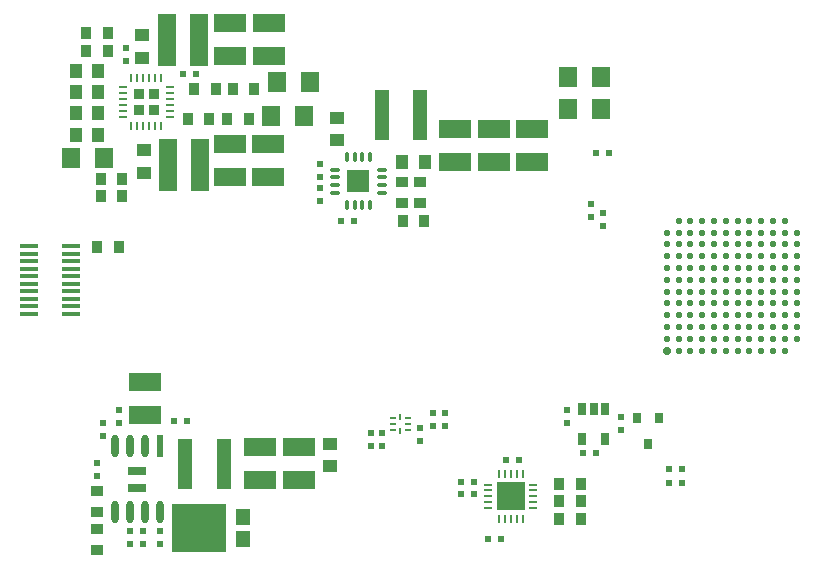
<source format=gtp>
G04 Layer_Color=8421504*
%FSLAX44Y44*%
%MOMM*%
G71*
G01*
G75*
%ADD10R,2.7000X1.6000*%
%ADD11R,0.6000X0.6000*%
%ADD12R,0.9000X1.0000*%
%ADD13R,0.6000X1.9000*%
%ADD14O,0.6000X1.9000*%
%ADD16R,1.1500X1.4500*%
%ADD17R,4.6500X4.1500*%
%ADD18R,0.6000X0.6000*%
%ADD19R,1.6000X0.4000*%
%ADD20R,1.6000X0.4000*%
%ADD21R,1.0000X0.9000*%
%ADD22R,1.2000X4.2000*%
%ADD23R,1.0000X1.3000*%
%ADD24R,1.6000X4.5000*%
%ADD26O,0.8000X0.2500*%
%ADD27O,0.2500X0.8000*%
%ADD28R,1.3000X1.0000*%
%ADD29R,1.9500X1.9500*%
%ADD30O,0.3500X1.0000*%
%ADD31O,1.0000X0.3500*%
%ADD33R,1.6000X1.8000*%
%ADD34R,0.7000X1.0000*%
%ADD35R,0.7000X1.0000*%
%ADD38R,0.6500X0.2500*%
%ADD39R,0.2500X0.6500*%
%ADD40R,2.4500X2.4500*%
%ADD41R,0.6500X0.9000*%
%ADD42C,0.5400*%
G04:AMPARAMS|DCode=43|XSize=0.6mm|YSize=0.6mm|CornerRadius=0.15mm|HoleSize=0mm|Usage=FLASHONLY|Rotation=0.000|XOffset=0mm|YOffset=0mm|HoleType=Round|Shape=RoundedRectangle|*
%AMROUNDEDRECTD43*
21,1,0.6000,0.3000,0,0,0.0*
21,1,0.3000,0.6000,0,0,0.0*
1,1,0.3000,0.1500,-0.1500*
1,1,0.3000,-0.1500,-0.1500*
1,1,0.3000,-0.1500,0.1500*
1,1,0.3000,0.1500,0.1500*
%
%ADD43ROUNDEDRECTD43*%
%ADD88R,1.6000X0.7000*%
%ADD89R,1.6000X0.7000*%
%ADD90R,0.9000X0.9160*%
%ADD91R,0.9000X0.9000*%
%ADD92R,0.4900X0.1900*%
%ADD93R,0.1900X0.4900*%
D10*
X280500Y108700D02*
D03*
Y80700D02*
D03*
X247500Y108700D02*
D03*
Y80700D02*
D03*
X477500Y378000D02*
D03*
Y350000D02*
D03*
X445500Y378000D02*
D03*
Y350000D02*
D03*
X413000Y378000D02*
D03*
Y350000D02*
D03*
X255000Y467500D02*
D03*
Y439500D02*
D03*
X254250Y337500D02*
D03*
Y365500D02*
D03*
X150000Y135500D02*
D03*
Y163500D02*
D03*
X222250Y467500D02*
D03*
Y439500D02*
D03*
Y337375D02*
D03*
Y365375D02*
D03*
D11*
X440500Y31250D02*
D03*
X451500D02*
D03*
X137500Y27000D02*
D03*
X148500D02*
D03*
X174500Y130500D02*
D03*
X185500D02*
D03*
X417750Y79250D02*
D03*
X428750D02*
D03*
X148500Y38000D02*
D03*
X137500D02*
D03*
X193750Y424375D02*
D03*
X182750D02*
D03*
X316000Y299750D02*
D03*
X327000D02*
D03*
X543000Y357500D02*
D03*
X532000D02*
D03*
X532250Y103500D02*
D03*
X521250D02*
D03*
X604500Y90000D02*
D03*
X593500D02*
D03*
X604500Y78000D02*
D03*
X593500D02*
D03*
X456250Y97500D02*
D03*
X467250D02*
D03*
X428750Y68750D02*
D03*
X417750D02*
D03*
D12*
X368500Y300000D02*
D03*
X386500D02*
D03*
X113000Y321000D02*
D03*
X131000D02*
D03*
X113000Y335500D02*
D03*
X131000D02*
D03*
X242500Y412000D02*
D03*
X224500D02*
D03*
X100500Y459000D02*
D03*
X118500D02*
D03*
X100500Y444500D02*
D03*
X118500D02*
D03*
X192000Y412000D02*
D03*
X210000D02*
D03*
X238000Y386250D02*
D03*
X220000D02*
D03*
X186500D02*
D03*
X204500D02*
D03*
X501000Y48000D02*
D03*
X519000D02*
D03*
X501000Y77500D02*
D03*
X519000D02*
D03*
X501000Y62750D02*
D03*
X519000D02*
D03*
X110000Y278000D02*
D03*
X128000D02*
D03*
D13*
X163050Y109300D02*
D03*
D14*
X150350D02*
D03*
X137650D02*
D03*
X124950D02*
D03*
X163050Y53700D02*
D03*
X150350D02*
D03*
X137650D02*
D03*
X124950D02*
D03*
D16*
X233500Y31301D02*
D03*
Y49699D02*
D03*
D17*
X196000Y40500D02*
D03*
D18*
X128000Y140000D02*
D03*
Y129000D02*
D03*
X394000Y137500D02*
D03*
Y126500D02*
D03*
X110000Y84000D02*
D03*
Y95000D02*
D03*
X527500Y303500D02*
D03*
Y314500D02*
D03*
X114500Y129000D02*
D03*
Y118000D02*
D03*
X163000Y38000D02*
D03*
Y27000D02*
D03*
X298000Y337500D02*
D03*
Y348500D02*
D03*
X134250Y446875D02*
D03*
Y435875D02*
D03*
X298000Y328500D02*
D03*
Y317500D02*
D03*
X538000Y307000D02*
D03*
Y296000D02*
D03*
X383500Y113500D02*
D03*
Y124500D02*
D03*
X341250Y120500D02*
D03*
Y109500D02*
D03*
X404500Y137500D02*
D03*
Y126500D02*
D03*
X351250Y120500D02*
D03*
Y109500D02*
D03*
X553000Y134500D02*
D03*
Y123500D02*
D03*
X507500Y140500D02*
D03*
Y129500D02*
D03*
D19*
X88000Y221425D02*
D03*
X52000D02*
D03*
Y227775D02*
D03*
X88000D02*
D03*
X52000Y234125D02*
D03*
X88000D02*
D03*
X52000Y240475D02*
D03*
X88000D02*
D03*
X52000Y246825D02*
D03*
X88000D02*
D03*
D20*
X52000Y253175D02*
D03*
X88000D02*
D03*
X52000Y259525D02*
D03*
X88000D02*
D03*
X52000Y265875D02*
D03*
X88000D02*
D03*
X52000Y272225D02*
D03*
X88000D02*
D03*
X52000Y278575D02*
D03*
X88000D02*
D03*
D21*
X110000Y21500D02*
D03*
Y39500D02*
D03*
X110000Y53500D02*
D03*
Y71500D02*
D03*
X368000Y315500D02*
D03*
Y333500D02*
D03*
X383500D02*
D03*
Y315500D02*
D03*
D22*
X184500Y94500D02*
D03*
X217500D02*
D03*
X383500Y390000D02*
D03*
X350500D02*
D03*
D23*
X110750Y373375D02*
D03*
X91750D02*
D03*
X387000Y350000D02*
D03*
X368000D02*
D03*
X91750Y391375D02*
D03*
X110750D02*
D03*
Y427375D02*
D03*
X91750D02*
D03*
Y409375D02*
D03*
X110750D02*
D03*
D24*
X195750Y453375D02*
D03*
X168750D02*
D03*
X169750Y347375D02*
D03*
X196750D02*
D03*
D26*
X131250Y388375D02*
D03*
Y393375D02*
D03*
Y398375D02*
D03*
Y403375D02*
D03*
Y408375D02*
D03*
Y413375D02*
D03*
X171250D02*
D03*
Y408375D02*
D03*
Y403375D02*
D03*
Y398375D02*
D03*
Y393375D02*
D03*
Y388375D02*
D03*
D27*
X138750Y420875D02*
D03*
X143750D02*
D03*
X148750D02*
D03*
X153750D02*
D03*
X158750D02*
D03*
X163750D02*
D03*
Y380875D02*
D03*
X158750D02*
D03*
X153750D02*
D03*
X148750D02*
D03*
X143750D02*
D03*
X138750D02*
D03*
D28*
X313000Y368500D02*
D03*
Y387500D02*
D03*
X147750Y438375D02*
D03*
Y457375D02*
D03*
X149750Y359875D02*
D03*
Y340875D02*
D03*
X307000Y92500D02*
D03*
Y111500D02*
D03*
D29*
X331000Y334000D02*
D03*
D30*
X340750Y314000D02*
D03*
X321250D02*
D03*
X327750D02*
D03*
X334250D02*
D03*
X321250Y354000D02*
D03*
X327750D02*
D03*
X334250D02*
D03*
X340750D02*
D03*
D31*
X311000Y324250D02*
D03*
Y330750D02*
D03*
Y337250D02*
D03*
Y343750D02*
D03*
X351000D02*
D03*
Y337250D02*
D03*
Y324250D02*
D03*
Y330750D02*
D03*
D33*
X289750Y418000D02*
D03*
X261750D02*
D03*
X284750Y389000D02*
D03*
X256750D02*
D03*
X536000Y422000D02*
D03*
X508000D02*
D03*
X87500Y353500D02*
D03*
X115500D02*
D03*
X536000Y395000D02*
D03*
X508000D02*
D03*
D34*
X530000Y141250D02*
D03*
X520500D02*
D03*
X539500Y115250D02*
D03*
X520500D02*
D03*
D35*
X539500Y141250D02*
D03*
D38*
X441000Y77000D02*
D03*
Y72000D02*
D03*
Y67000D02*
D03*
Y62000D02*
D03*
Y57000D02*
D03*
X479000D02*
D03*
Y62000D02*
D03*
Y67000D02*
D03*
Y72000D02*
D03*
Y77000D02*
D03*
D39*
X450000Y48000D02*
D03*
X455000D02*
D03*
X460000D02*
D03*
X465000D02*
D03*
X470000D02*
D03*
Y86000D02*
D03*
X465000D02*
D03*
X460000D02*
D03*
X455000D02*
D03*
X450000D02*
D03*
D40*
X460000Y67000D02*
D03*
D41*
X576000Y111000D02*
D03*
X566500Y133000D02*
D03*
X585500D02*
D03*
D42*
X691950Y300350D02*
D03*
X681950D02*
D03*
X671950D02*
D03*
X661950D02*
D03*
X651950D02*
D03*
X641950D02*
D03*
X631950D02*
D03*
X621950D02*
D03*
X611950D02*
D03*
X601950D02*
D03*
X701950Y290350D02*
D03*
X691950D02*
D03*
X681950D02*
D03*
X671950D02*
D03*
X661950D02*
D03*
X651950D02*
D03*
X641950D02*
D03*
X631950D02*
D03*
X621950D02*
D03*
X611950D02*
D03*
X601950D02*
D03*
X591950D02*
D03*
X701950Y280350D02*
D03*
X691950D02*
D03*
X681950D02*
D03*
X671950D02*
D03*
X661950D02*
D03*
X651950D02*
D03*
X641950D02*
D03*
X631950D02*
D03*
X621950D02*
D03*
X611950D02*
D03*
X601950D02*
D03*
X591950D02*
D03*
X701950Y270350D02*
D03*
X691950D02*
D03*
X681950D02*
D03*
X671950D02*
D03*
X661950D02*
D03*
X651950D02*
D03*
X641950D02*
D03*
X631950D02*
D03*
X621950D02*
D03*
X611950D02*
D03*
X601950D02*
D03*
X591950D02*
D03*
X701950Y260350D02*
D03*
X691950D02*
D03*
X681950D02*
D03*
X671950D02*
D03*
X661950D02*
D03*
X651950D02*
D03*
X641950D02*
D03*
X631950D02*
D03*
X621950D02*
D03*
X611950D02*
D03*
X601950D02*
D03*
X591950D02*
D03*
X701950Y250350D02*
D03*
X691950D02*
D03*
X681950D02*
D03*
X671950D02*
D03*
X661950D02*
D03*
X651950D02*
D03*
X641950D02*
D03*
X631950D02*
D03*
X621950D02*
D03*
X611950D02*
D03*
X601950D02*
D03*
X591950D02*
D03*
X701950Y240350D02*
D03*
X691950D02*
D03*
X681950D02*
D03*
X671950D02*
D03*
X661950D02*
D03*
X651950D02*
D03*
X641950D02*
D03*
X631950D02*
D03*
X621950D02*
D03*
X611950D02*
D03*
X601950D02*
D03*
X591950D02*
D03*
X701950Y230350D02*
D03*
X691950D02*
D03*
X681950D02*
D03*
X671950D02*
D03*
X661950D02*
D03*
X651950D02*
D03*
X641950D02*
D03*
X631950D02*
D03*
X621950D02*
D03*
X611950D02*
D03*
X601950D02*
D03*
X591950D02*
D03*
X701950Y220350D02*
D03*
X691950D02*
D03*
X681950D02*
D03*
X671950D02*
D03*
X661950D02*
D03*
X651950D02*
D03*
X641950D02*
D03*
X631950D02*
D03*
X621950D02*
D03*
X611950D02*
D03*
X601950D02*
D03*
X591950D02*
D03*
X701950Y210350D02*
D03*
X691950D02*
D03*
X681950D02*
D03*
X671950D02*
D03*
X661950D02*
D03*
X651950D02*
D03*
X641950D02*
D03*
X631950D02*
D03*
X621950D02*
D03*
X611950D02*
D03*
X601950D02*
D03*
X591950D02*
D03*
X701950Y200350D02*
D03*
X691950D02*
D03*
X681950D02*
D03*
X671950D02*
D03*
X661950D02*
D03*
X651950D02*
D03*
X641950D02*
D03*
X631950D02*
D03*
X621950D02*
D03*
X611950D02*
D03*
X601950D02*
D03*
X591950D02*
D03*
X691950Y190350D02*
D03*
X681950D02*
D03*
X671950D02*
D03*
X661950D02*
D03*
X651950D02*
D03*
X641950D02*
D03*
X631950D02*
D03*
X621950D02*
D03*
X611950D02*
D03*
X601950D02*
D03*
D43*
X591950D02*
D03*
D88*
X143750Y88750D02*
D03*
D89*
X143500Y74250D02*
D03*
D90*
X157751Y394293D02*
D03*
X144749Y407457D02*
D03*
D91*
X157750Y407374D02*
D03*
X144749Y394377D02*
D03*
D92*
X360500Y133500D02*
D03*
X372500Y123500D02*
D03*
Y128500D02*
D03*
Y133500D02*
D03*
X360500Y123500D02*
D03*
Y128500D02*
D03*
D93*
X366500Y134500D02*
D03*
Y122500D02*
D03*
M02*

</source>
